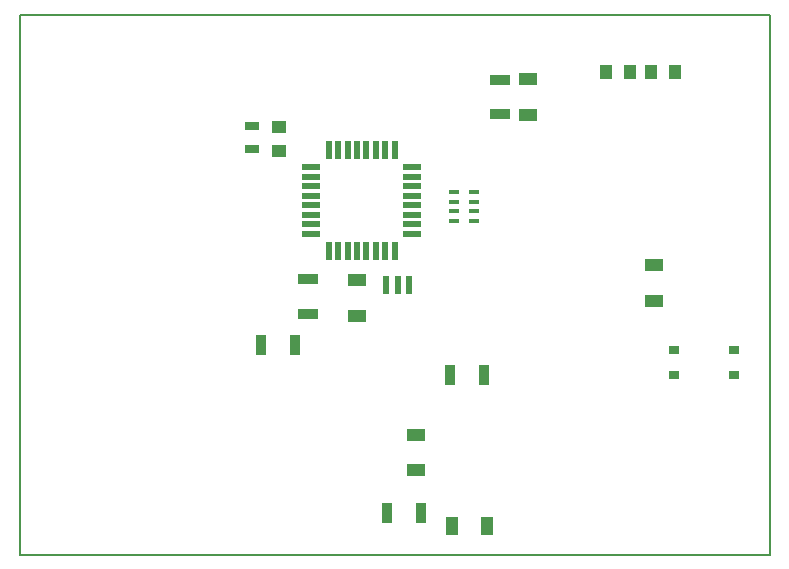
<source format=gbr>
G04 #@! TF.FileFunction,Paste,Top*
%FSLAX46Y46*%
G04 Gerber Fmt 4.6, Leading zero omitted, Abs format (unit mm)*
G04 Created by KiCad (PCBNEW 4.0.7-e2-6376~61~ubuntu18.04.1) date Thu Jul 19 00:17:22 2018*
%MOMM*%
%LPD*%
G01*
G04 APERTURE LIST*
%ADD10C,0.100000*%
%ADD11C,0.150000*%
%ADD12R,1.600000X1.000000*%
%ADD13R,0.550000X1.600000*%
%ADD14R,1.600000X0.550000*%
%ADD15R,0.900000X0.400000*%
%ADD16R,0.600000X1.500000*%
%ADD17R,1.000000X1.600000*%
%ADD18R,1.700000X0.900000*%
%ADD19R,0.900000X1.700000*%
%ADD20R,0.900000X0.800000*%
%ADD21R,1.300000X0.700000*%
%ADD22R,1.000000X1.250000*%
%ADD23R,1.250000X1.000000*%
G04 APERTURE END LIST*
D10*
D11*
X0Y127000D02*
X0Y45847000D01*
X63500000Y127000D02*
X0Y127000D01*
X63500000Y127000D02*
X63500000Y45847000D01*
X63500000Y45847000D02*
X0Y45847000D01*
D12*
X53721000Y24614000D03*
X53721000Y21614000D03*
D13*
X26156000Y25849000D03*
X26956000Y25849000D03*
X27756000Y25849000D03*
X28556000Y25849000D03*
X29356000Y25849000D03*
X30156000Y25849000D03*
X30956000Y25849000D03*
X31756000Y25849000D03*
D14*
X33206000Y27299000D03*
X33206000Y28099000D03*
X33206000Y28899000D03*
X33206000Y29699000D03*
X33206000Y30499000D03*
X33206000Y31299000D03*
X33206000Y32099000D03*
X33206000Y32899000D03*
D13*
X31756000Y34349000D03*
X30956000Y34349000D03*
X30156000Y34349000D03*
X29356000Y34349000D03*
X28556000Y34349000D03*
X27756000Y34349000D03*
X26956000Y34349000D03*
X26156000Y34349000D03*
D14*
X24706000Y32899000D03*
X24706000Y32099000D03*
X24706000Y31299000D03*
X24706000Y30499000D03*
X24706000Y29699000D03*
X24706000Y28899000D03*
X24706000Y28099000D03*
X24706000Y27299000D03*
D15*
X36742000Y29991000D03*
X36742000Y29191000D03*
X36742000Y30791000D03*
X36742000Y28391000D03*
X38442000Y30791000D03*
X38442000Y29991000D03*
X38442000Y29191000D03*
X38442000Y28391000D03*
D16*
X31054000Y22987000D03*
X32954000Y22987000D03*
X32004000Y22987000D03*
D12*
X33528000Y7263000D03*
X33528000Y10263000D03*
X43053000Y40362000D03*
X43053000Y37362000D03*
D17*
X36600000Y2540000D03*
X39600000Y2540000D03*
D12*
X28575000Y20344000D03*
X28575000Y23344000D03*
D18*
X24384000Y20521000D03*
X24384000Y23421000D03*
D19*
X33962000Y3683000D03*
X31062000Y3683000D03*
X23294000Y17907000D03*
X20394000Y17907000D03*
X36396000Y15367000D03*
X39296000Y15367000D03*
D18*
X40640000Y40312000D03*
X40640000Y37412000D03*
D20*
X55372000Y15333000D03*
X55372000Y17433000D03*
X60452000Y17433000D03*
X60452000Y15333000D03*
D21*
X19685000Y36383000D03*
X19685000Y34483000D03*
D22*
X55483000Y41021000D03*
X53483000Y41021000D03*
X49673000Y41021000D03*
X51673000Y41021000D03*
D23*
X21971000Y34306000D03*
X21971000Y36306000D03*
M02*

</source>
